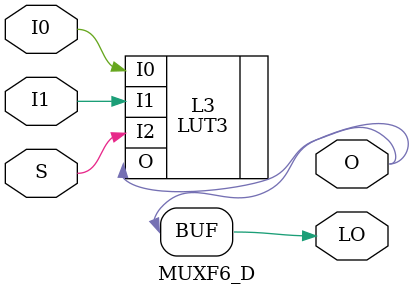
<source format=v>

`timescale  1 ps / 1 ps

module MUXF6_D (LO, O, I0, I1, S);

    output LO, O;
    wire LO;

    input  I0, I1, S;

LUT3 #(.INIT(8'hca)) L3 (
		 .O (O),
		 .I0 (I0),
		 .I1 (I1),
		 .I2 (S));

assign LO = O;

endmodule

</source>
